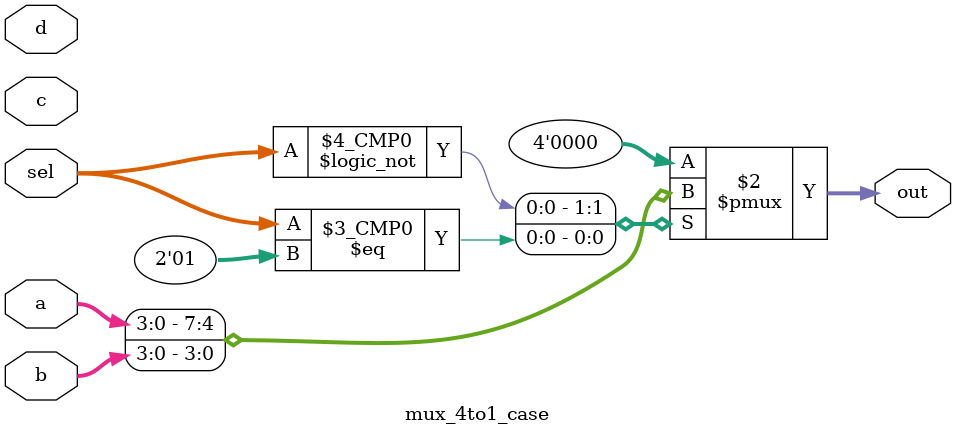
<source format=v>
module mux_4to1_case ( input [3:0] a,                 // 4-bit input called a
                       input [3:0] b,                 // 4-bit input called b
                       input [3:0] c,                 // 4-bit input called c
                       input [3:0] d,                 // 4-bit input called d
                       input [1:0] sel,               // input sel used to select between a,b,c,d
                       output reg [3:0] out);         // 4-bit output based on input sel

   // This always block gets executed whenever a/b/c/d/sel changes value
   // When that happens, based on value in sel, output is assigned to either a/b/c/d
   always @ (a or b or c or d or sel) begin
      // NOTE: we added a default here because otherwise the user would get a LATCH warning from a linter
      out <= 'd0;
      case (sel)
         2'h00 : out <= a;
         2'h01 : out <= b;
         2'h10 : out <= c;
         2'h11 : out <= d;
      endcase
   end
endmodule

</source>
